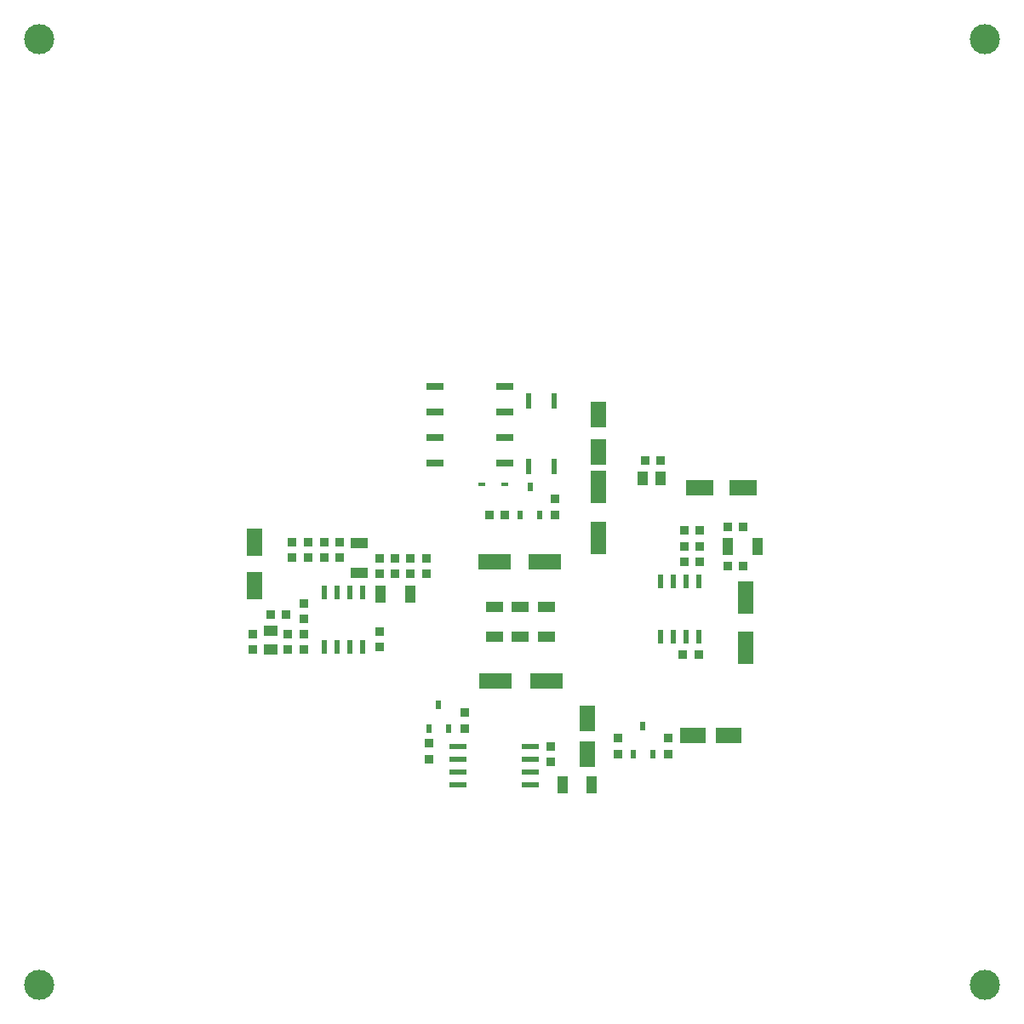
<source format=gtp>
G04*
G04 #@! TF.GenerationSoftware,Altium Limited,Altium Designer,19.0.15 (446)*
G04*
G04 Layer_Color=8421504*
%FSLAX25Y25*%
%MOIN*%
G70*
G01*
G75*
%ADD10C,0.11811*%
%ADD11R,0.06299X0.12598*%
%ADD12R,0.06299X0.09843*%
%ADD13R,0.02362X0.03740*%
%ADD14R,0.07087X0.02362*%
%ADD15R,0.03740X0.03543*%
%ADD16R,0.04331X0.06890*%
%ADD17R,0.09843X0.06299*%
%ADD18R,0.02362X0.06299*%
%ADD19R,0.07087X0.03150*%
%ADD20R,0.06299X0.11024*%
%ADD21R,0.06890X0.04331*%
%ADD22R,0.02362X0.05709*%
%ADD23R,0.12598X0.06299*%
%ADD24R,0.03543X0.03740*%
%ADD25R,0.03150X0.01575*%
%ADD26R,0.06496X0.09843*%
%ADD27R,0.11024X0.06299*%
%ADD28R,0.03937X0.05512*%
%ADD29R,0.05512X0.03937*%
D10*
X11811Y11811D02*
D03*
X381890D02*
D03*
Y381890D02*
D03*
X11811D02*
D03*
D11*
X288336Y163407D02*
D03*
Y143553D02*
D03*
X230758Y206630D02*
D03*
Y186776D02*
D03*
D12*
X226230Y116007D02*
D03*
Y102056D02*
D03*
D13*
X164419Y112142D02*
D03*
X171899D02*
D03*
X168159Y121394D02*
D03*
X248172Y112923D02*
D03*
X251913Y102096D02*
D03*
X244432D02*
D03*
X203887Y206630D02*
D03*
X207628Y195803D02*
D03*
X200147D02*
D03*
D14*
X175738Y105075D02*
D03*
Y100075D02*
D03*
Y95075D02*
D03*
Y90075D02*
D03*
X204084Y105075D02*
D03*
Y100075D02*
D03*
Y95075D02*
D03*
Y90075D02*
D03*
D15*
X164321Y100134D02*
D03*
Y106236D02*
D03*
X178199Y118244D02*
D03*
Y112142D02*
D03*
X211860Y105055D02*
D03*
Y98953D02*
D03*
X238330Y102096D02*
D03*
Y108198D02*
D03*
X258015Y102096D02*
D03*
Y108198D02*
D03*
X110777Y178874D02*
D03*
Y184976D02*
D03*
X116880Y178874D02*
D03*
Y184976D02*
D03*
X123238Y178874D02*
D03*
Y184976D02*
D03*
X129340D02*
D03*
Y178874D02*
D03*
X115206Y161157D02*
D03*
Y155055D02*
D03*
X144931Y172575D02*
D03*
Y178677D02*
D03*
X151033Y172575D02*
D03*
Y178677D02*
D03*
X157135D02*
D03*
Y172575D02*
D03*
X163238D02*
D03*
Y178677D02*
D03*
X144931Y144032D02*
D03*
Y150134D02*
D03*
X213828Y195803D02*
D03*
Y201905D02*
D03*
X115206Y143047D02*
D03*
Y149150D02*
D03*
X109104D02*
D03*
Y143047D02*
D03*
X95324Y149150D02*
D03*
Y143047D02*
D03*
D16*
X216558Y90075D02*
D03*
X228172D02*
D03*
X145521Y164799D02*
D03*
X157135D02*
D03*
X281250Y183402D02*
D03*
X292864D02*
D03*
D17*
X281723Y109380D02*
D03*
X267772D02*
D03*
D18*
X203513Y214701D02*
D03*
X213513D02*
D03*
X203513Y240291D02*
D03*
X213513D02*
D03*
D19*
X166529Y216138D02*
D03*
Y226138D02*
D03*
Y246138D02*
D03*
Y236138D02*
D03*
X194088D02*
D03*
Y246138D02*
D03*
Y226138D02*
D03*
Y216138D02*
D03*
D20*
X96112Y168060D02*
D03*
Y184964D02*
D03*
D21*
X137057Y172968D02*
D03*
Y184583D02*
D03*
X210285Y159681D02*
D03*
Y148067D02*
D03*
X200049Y148067D02*
D03*
Y159681D02*
D03*
X190009Y148067D02*
D03*
Y159681D02*
D03*
D22*
X123258Y144032D02*
D03*
X128258D02*
D03*
X133257D02*
D03*
X138258D02*
D03*
X123258Y165488D02*
D03*
X128258D02*
D03*
X133257D02*
D03*
X138258D02*
D03*
X254950Y148165D02*
D03*
X259950D02*
D03*
X264950D02*
D03*
X269951D02*
D03*
X254950Y169622D02*
D03*
X259950D02*
D03*
X264950D02*
D03*
X269951D02*
D03*
D23*
X210271Y130842D02*
D03*
X190417D02*
D03*
X189925Y177201D02*
D03*
X209779D02*
D03*
D24*
X194045Y195803D02*
D03*
X187943D02*
D03*
X255167Y216965D02*
D03*
X249065D02*
D03*
X281250Y191177D02*
D03*
X287352D02*
D03*
X287352Y175626D02*
D03*
X281250D02*
D03*
X264320Y189602D02*
D03*
X270423D02*
D03*
X264320Y183411D02*
D03*
X270423D02*
D03*
X270435Y177210D02*
D03*
X264333D02*
D03*
X269931Y141079D02*
D03*
X263828D02*
D03*
X108317Y156630D02*
D03*
X102214D02*
D03*
D25*
X184990Y207614D02*
D03*
X194045D02*
D03*
D26*
X230758Y220213D02*
D03*
Y234976D02*
D03*
D27*
X287339Y206236D02*
D03*
X270436D02*
D03*
D28*
X247899Y209976D02*
D03*
X255182D02*
D03*
D29*
X102214Y150331D02*
D03*
Y143047D02*
D03*
M02*

</source>
